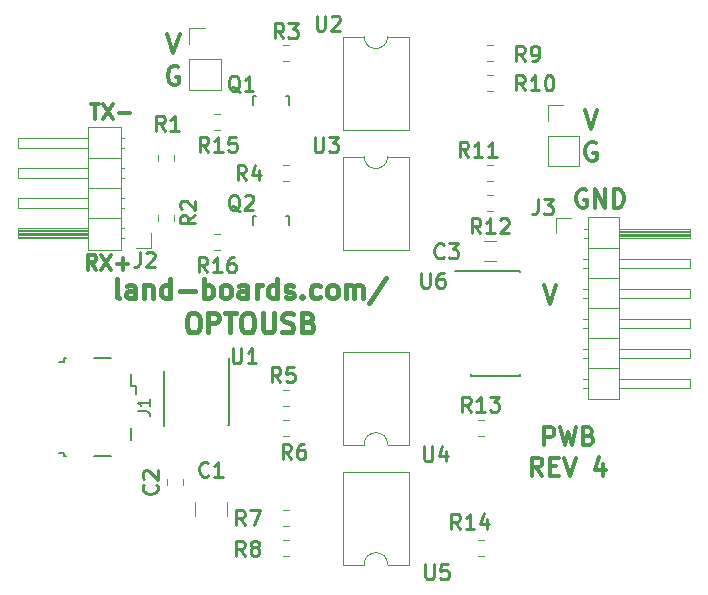
<source format=gbr>
G04 #@! TF.GenerationSoftware,KiCad,Pcbnew,(5.1.5)-3*
G04 #@! TF.CreationDate,2020-05-30T09:53:05-04:00*
G04 #@! TF.ProjectId,OptoUSB,4f70746f-5553-4422-9e6b-696361645f70,rev?*
G04 #@! TF.SameCoordinates,Original*
G04 #@! TF.FileFunction,Legend,Top*
G04 #@! TF.FilePolarity,Positive*
%FSLAX46Y46*%
G04 Gerber Fmt 4.6, Leading zero omitted, Abs format (unit mm)*
G04 Created by KiCad (PCBNEW (5.1.5)-3) date 2020-05-30 09:53:05*
%MOMM*%
%LPD*%
G04 APERTURE LIST*
%ADD10C,0.317500*%
%ADD11C,0.304800*%
%ADD12C,0.412750*%
%ADD13C,0.150000*%
%ADD14C,0.120000*%
%ADD15C,0.254000*%
G04 APERTURE END LIST*
D10*
X44339933Y-8639779D02*
X44869100Y-10227279D01*
X45398266Y-8639779D01*
X45284873Y-11414125D02*
X45133683Y-11338529D01*
X44906897Y-11338529D01*
X44680111Y-11414125D01*
X44528921Y-11565315D01*
X44453326Y-11716505D01*
X44377730Y-12018886D01*
X44377730Y-12245672D01*
X44453326Y-12548053D01*
X44528921Y-12699244D01*
X44680111Y-12850434D01*
X44906897Y-12926029D01*
X45058088Y-12926029D01*
X45284873Y-12850434D01*
X45360469Y-12774839D01*
X45360469Y-12245672D01*
X45058088Y-12245672D01*
X8995833Y-2226279D02*
X9525000Y-3813779D01*
X10054166Y-2226279D01*
X9940773Y-5000625D02*
X9789583Y-4925029D01*
X9562797Y-4925029D01*
X9336011Y-5000625D01*
X9184821Y-5151815D01*
X9109226Y-5303005D01*
X9033630Y-5605386D01*
X9033630Y-5832172D01*
X9109226Y-6134553D01*
X9184821Y-6285744D01*
X9336011Y-6436934D01*
X9562797Y-6512529D01*
X9713988Y-6512529D01*
X9940773Y-6436934D01*
X10016369Y-6361339D01*
X10016369Y-5832172D01*
X9713988Y-5832172D01*
D11*
X40892000Y-23423700D02*
X41400000Y-25023900D01*
X41908000Y-23423700D01*
D10*
X2977242Y-22139123D02*
X2553909Y-21534361D01*
X2251528Y-22139123D02*
X2251528Y-20869123D01*
X2735338Y-20869123D01*
X2856290Y-20929600D01*
X2916766Y-20990076D01*
X2977242Y-21111028D01*
X2977242Y-21292457D01*
X2916766Y-21413409D01*
X2856290Y-21473885D01*
X2735338Y-21534361D01*
X2251528Y-21534361D01*
X3400576Y-20869123D02*
X4247242Y-22139123D01*
X4247242Y-20869123D02*
X3400576Y-22139123D01*
X4731052Y-21655314D02*
X5698671Y-21655314D01*
X5214861Y-22139123D02*
X5214861Y-21171504D01*
X2538790Y-8105623D02*
X3264504Y-8105623D01*
X2901647Y-9375623D02*
X2901647Y-8105623D01*
X3566885Y-8105623D02*
X4413552Y-9375623D01*
X4413552Y-8105623D02*
X3566885Y-9375623D01*
X4897361Y-8891814D02*
X5864980Y-8891814D01*
D11*
X44495357Y-15392400D02*
X44350214Y-15316200D01*
X44132500Y-15316200D01*
X43914785Y-15392400D01*
X43769642Y-15544800D01*
X43697071Y-15697200D01*
X43624500Y-16002000D01*
X43624500Y-16230600D01*
X43697071Y-16535400D01*
X43769642Y-16687800D01*
X43914785Y-16840200D01*
X44132500Y-16916400D01*
X44277642Y-16916400D01*
X44495357Y-16840200D01*
X44567928Y-16764000D01*
X44567928Y-16230600D01*
X44277642Y-16230600D01*
X45221071Y-16916400D02*
X45221071Y-15316200D01*
X46091928Y-16916400D01*
X46091928Y-15316200D01*
X46817642Y-16916400D02*
X46817642Y-15316200D01*
X47180500Y-15316200D01*
X47398214Y-15392400D01*
X47543357Y-15544800D01*
X47615928Y-15697200D01*
X47688500Y-16002000D01*
X47688500Y-16230600D01*
X47615928Y-16535400D01*
X47543357Y-16687800D01*
X47398214Y-16840200D01*
X47180500Y-16916400D01*
X46817642Y-16916400D01*
D12*
X4943323Y-24575255D02*
X4786085Y-24496636D01*
X4707466Y-24339398D01*
X4707466Y-22924255D01*
X6279847Y-24575255D02*
X6279847Y-23710446D01*
X6201228Y-23553208D01*
X6043990Y-23474589D01*
X5729514Y-23474589D01*
X5572276Y-23553208D01*
X6279847Y-24496636D02*
X6122609Y-24575255D01*
X5729514Y-24575255D01*
X5572276Y-24496636D01*
X5493657Y-24339398D01*
X5493657Y-24182160D01*
X5572276Y-24024922D01*
X5729514Y-23946303D01*
X6122609Y-23946303D01*
X6279847Y-23867684D01*
X7066038Y-23474589D02*
X7066038Y-24575255D01*
X7066038Y-23631827D02*
X7144657Y-23553208D01*
X7301895Y-23474589D01*
X7537752Y-23474589D01*
X7694990Y-23553208D01*
X7773609Y-23710446D01*
X7773609Y-24575255D01*
X9267371Y-24575255D02*
X9267371Y-22924255D01*
X9267371Y-24496636D02*
X9110133Y-24575255D01*
X8795657Y-24575255D01*
X8638419Y-24496636D01*
X8559799Y-24418017D01*
X8481180Y-24260779D01*
X8481180Y-23789065D01*
X8559799Y-23631827D01*
X8638419Y-23553208D01*
X8795657Y-23474589D01*
X9110133Y-23474589D01*
X9267371Y-23553208D01*
X10053561Y-23946303D02*
X11311466Y-23946303D01*
X12097657Y-24575255D02*
X12097657Y-22924255D01*
X12097657Y-23553208D02*
X12254895Y-23474589D01*
X12569371Y-23474589D01*
X12726609Y-23553208D01*
X12805228Y-23631827D01*
X12883847Y-23789065D01*
X12883847Y-24260779D01*
X12805228Y-24418017D01*
X12726609Y-24496636D01*
X12569371Y-24575255D01*
X12254895Y-24575255D01*
X12097657Y-24496636D01*
X13827276Y-24575255D02*
X13670038Y-24496636D01*
X13591419Y-24418017D01*
X13512799Y-24260779D01*
X13512799Y-23789065D01*
X13591419Y-23631827D01*
X13670038Y-23553208D01*
X13827276Y-23474589D01*
X14063133Y-23474589D01*
X14220371Y-23553208D01*
X14298990Y-23631827D01*
X14377609Y-23789065D01*
X14377609Y-24260779D01*
X14298990Y-24418017D01*
X14220371Y-24496636D01*
X14063133Y-24575255D01*
X13827276Y-24575255D01*
X15792752Y-24575255D02*
X15792752Y-23710446D01*
X15714133Y-23553208D01*
X15556895Y-23474589D01*
X15242419Y-23474589D01*
X15085180Y-23553208D01*
X15792752Y-24496636D02*
X15635514Y-24575255D01*
X15242419Y-24575255D01*
X15085180Y-24496636D01*
X15006561Y-24339398D01*
X15006561Y-24182160D01*
X15085180Y-24024922D01*
X15242419Y-23946303D01*
X15635514Y-23946303D01*
X15792752Y-23867684D01*
X16578942Y-24575255D02*
X16578942Y-23474589D01*
X16578942Y-23789065D02*
X16657561Y-23631827D01*
X16736180Y-23553208D01*
X16893419Y-23474589D01*
X17050657Y-23474589D01*
X18308561Y-24575255D02*
X18308561Y-22924255D01*
X18308561Y-24496636D02*
X18151323Y-24575255D01*
X17836847Y-24575255D01*
X17679609Y-24496636D01*
X17600990Y-24418017D01*
X17522371Y-24260779D01*
X17522371Y-23789065D01*
X17600990Y-23631827D01*
X17679609Y-23553208D01*
X17836847Y-23474589D01*
X18151323Y-23474589D01*
X18308561Y-23553208D01*
X19016133Y-24496636D02*
X19173371Y-24575255D01*
X19487847Y-24575255D01*
X19645085Y-24496636D01*
X19723704Y-24339398D01*
X19723704Y-24260779D01*
X19645085Y-24103541D01*
X19487847Y-24024922D01*
X19251990Y-24024922D01*
X19094752Y-23946303D01*
X19016133Y-23789065D01*
X19016133Y-23710446D01*
X19094752Y-23553208D01*
X19251990Y-23474589D01*
X19487847Y-23474589D01*
X19645085Y-23553208D01*
X20431276Y-24418017D02*
X20509895Y-24496636D01*
X20431276Y-24575255D01*
X20352657Y-24496636D01*
X20431276Y-24418017D01*
X20431276Y-24575255D01*
X21925038Y-24496636D02*
X21767799Y-24575255D01*
X21453323Y-24575255D01*
X21296085Y-24496636D01*
X21217466Y-24418017D01*
X21138847Y-24260779D01*
X21138847Y-23789065D01*
X21217466Y-23631827D01*
X21296085Y-23553208D01*
X21453323Y-23474589D01*
X21767799Y-23474589D01*
X21925038Y-23553208D01*
X22868466Y-24575255D02*
X22711228Y-24496636D01*
X22632609Y-24418017D01*
X22553990Y-24260779D01*
X22553990Y-23789065D01*
X22632609Y-23631827D01*
X22711228Y-23553208D01*
X22868466Y-23474589D01*
X23104323Y-23474589D01*
X23261561Y-23553208D01*
X23340180Y-23631827D01*
X23418799Y-23789065D01*
X23418799Y-24260779D01*
X23340180Y-24418017D01*
X23261561Y-24496636D01*
X23104323Y-24575255D01*
X22868466Y-24575255D01*
X24126371Y-24575255D02*
X24126371Y-23474589D01*
X24126371Y-23631827D02*
X24204990Y-23553208D01*
X24362228Y-23474589D01*
X24598085Y-23474589D01*
X24755323Y-23553208D01*
X24833942Y-23710446D01*
X24833942Y-24575255D01*
X24833942Y-23710446D02*
X24912561Y-23553208D01*
X25069799Y-23474589D01*
X25305657Y-23474589D01*
X25462895Y-23553208D01*
X25541514Y-23710446D01*
X25541514Y-24575255D01*
X27506990Y-22845636D02*
X26091847Y-24968351D01*
X11036300Y-25813505D02*
X11350776Y-25813505D01*
X11508014Y-25892125D01*
X11665252Y-26049363D01*
X11743871Y-26363839D01*
X11743871Y-26914172D01*
X11665252Y-27228648D01*
X11508014Y-27385886D01*
X11350776Y-27464505D01*
X11036300Y-27464505D01*
X10879061Y-27385886D01*
X10721823Y-27228648D01*
X10643204Y-26914172D01*
X10643204Y-26363839D01*
X10721823Y-26049363D01*
X10879061Y-25892125D01*
X11036300Y-25813505D01*
X12451442Y-27464505D02*
X12451442Y-25813505D01*
X13080395Y-25813505D01*
X13237633Y-25892125D01*
X13316252Y-25970744D01*
X13394871Y-26127982D01*
X13394871Y-26363839D01*
X13316252Y-26521077D01*
X13237633Y-26599696D01*
X13080395Y-26678315D01*
X12451442Y-26678315D01*
X13866585Y-25813505D02*
X14810014Y-25813505D01*
X14338300Y-27464505D02*
X14338300Y-25813505D01*
X15674823Y-25813505D02*
X15989299Y-25813505D01*
X16146538Y-25892125D01*
X16303776Y-26049363D01*
X16382395Y-26363839D01*
X16382395Y-26914172D01*
X16303776Y-27228648D01*
X16146538Y-27385886D01*
X15989299Y-27464505D01*
X15674823Y-27464505D01*
X15517585Y-27385886D01*
X15360347Y-27228648D01*
X15281728Y-26914172D01*
X15281728Y-26363839D01*
X15360347Y-26049363D01*
X15517585Y-25892125D01*
X15674823Y-25813505D01*
X17089966Y-25813505D02*
X17089966Y-27150029D01*
X17168585Y-27307267D01*
X17247204Y-27385886D01*
X17404442Y-27464505D01*
X17718919Y-27464505D01*
X17876157Y-27385886D01*
X17954776Y-27307267D01*
X18033395Y-27150029D01*
X18033395Y-25813505D01*
X18740966Y-27385886D02*
X18976823Y-27464505D01*
X19369919Y-27464505D01*
X19527157Y-27385886D01*
X19605776Y-27307267D01*
X19684395Y-27150029D01*
X19684395Y-26992791D01*
X19605776Y-26835553D01*
X19527157Y-26756934D01*
X19369919Y-26678315D01*
X19055442Y-26599696D01*
X18898204Y-26521077D01*
X18819585Y-26442458D01*
X18740966Y-26285220D01*
X18740966Y-26127982D01*
X18819585Y-25970744D01*
X18898204Y-25892125D01*
X19055442Y-25813505D01*
X19448538Y-25813505D01*
X19684395Y-25892125D01*
X20942300Y-26599696D02*
X21178157Y-26678315D01*
X21256776Y-26756934D01*
X21335395Y-26914172D01*
X21335395Y-27150029D01*
X21256776Y-27307267D01*
X21178157Y-27385886D01*
X21020919Y-27464505D01*
X20391966Y-27464505D01*
X20391966Y-25813505D01*
X20942300Y-25813505D01*
X21099538Y-25892125D01*
X21178157Y-25970744D01*
X21256776Y-26127982D01*
X21256776Y-26285220D01*
X21178157Y-26442458D01*
X21099538Y-26521077D01*
X20942300Y-26599696D01*
X20391966Y-26599696D01*
D11*
X40919400Y-36998728D02*
X40919400Y-35474728D01*
X41499971Y-35474728D01*
X41645114Y-35547300D01*
X41717685Y-35619871D01*
X41790257Y-35765014D01*
X41790257Y-35982728D01*
X41717685Y-36127871D01*
X41645114Y-36200442D01*
X41499971Y-36273014D01*
X40919400Y-36273014D01*
X42298257Y-35474728D02*
X42661114Y-36998728D01*
X42951400Y-35910157D01*
X43241685Y-36998728D01*
X43604542Y-35474728D01*
X44693114Y-36200442D02*
X44910828Y-36273014D01*
X44983400Y-36345585D01*
X45055971Y-36490728D01*
X45055971Y-36708442D01*
X44983400Y-36853585D01*
X44910828Y-36926157D01*
X44765685Y-36998728D01*
X44185114Y-36998728D01*
X44185114Y-35474728D01*
X44693114Y-35474728D01*
X44838257Y-35547300D01*
X44910828Y-35619871D01*
X44983400Y-35765014D01*
X44983400Y-35910157D01*
X44910828Y-36055300D01*
X44838257Y-36127871D01*
X44693114Y-36200442D01*
X44185114Y-36200442D01*
X40774257Y-39589528D02*
X40266257Y-38863814D01*
X39903400Y-39589528D02*
X39903400Y-38065528D01*
X40483971Y-38065528D01*
X40629114Y-38138100D01*
X40701685Y-38210671D01*
X40774257Y-38355814D01*
X40774257Y-38573528D01*
X40701685Y-38718671D01*
X40629114Y-38791242D01*
X40483971Y-38863814D01*
X39903400Y-38863814D01*
X41427400Y-38791242D02*
X41935400Y-38791242D01*
X42153114Y-39589528D02*
X41427400Y-39589528D01*
X41427400Y-38065528D01*
X42153114Y-38065528D01*
X42588542Y-38065528D02*
X43096542Y-39589528D01*
X43604542Y-38065528D01*
X45926828Y-38573528D02*
X45926828Y-39589528D01*
X45563971Y-37992957D02*
X45201114Y-39081528D01*
X46144542Y-39081528D01*
D13*
X4206000Y-29632000D02*
X2806000Y-29632000D01*
X406000Y-29632000D02*
X256000Y-29632000D01*
X256000Y-29632000D02*
X256000Y-29932000D01*
X256000Y-29932000D02*
X-194000Y-29932000D01*
X-194000Y-37632000D02*
X256000Y-37632000D01*
X256000Y-37632000D02*
X256000Y-37932000D01*
X256000Y-37932000D02*
X406000Y-37932000D01*
X2806000Y-37932000D02*
X4206000Y-37932000D01*
X6381000Y-32707000D02*
X6381000Y-31982000D01*
X6381000Y-31982000D02*
X5956000Y-31982000D01*
X5956000Y-31982000D02*
X5956000Y-30982000D01*
X5956000Y-35582000D02*
X5956000Y-36582000D01*
D14*
X10362000Y-39870748D02*
X10362000Y-40393252D01*
X8942000Y-39870748D02*
X8942000Y-40393252D01*
X11340000Y-43020064D02*
X11340000Y-41815936D01*
X14060000Y-43020064D02*
X14060000Y-41815936D01*
X44620000Y-17720000D02*
X44620000Y-33080000D01*
X44620000Y-33080000D02*
X47280000Y-33080000D01*
X47280000Y-33080000D02*
X47280000Y-17720000D01*
X47280000Y-17720000D02*
X44620000Y-17720000D01*
X47280000Y-18670000D02*
X53280000Y-18670000D01*
X53280000Y-18670000D02*
X53280000Y-19430000D01*
X53280000Y-19430000D02*
X47280000Y-19430000D01*
X47280000Y-18730000D02*
X53280000Y-18730000D01*
X47280000Y-18850000D02*
X53280000Y-18850000D01*
X47280000Y-18970000D02*
X53280000Y-18970000D01*
X47280000Y-19090000D02*
X53280000Y-19090000D01*
X47280000Y-19210000D02*
X53280000Y-19210000D01*
X47280000Y-19330000D02*
X53280000Y-19330000D01*
X44290000Y-18670000D02*
X44620000Y-18670000D01*
X44290000Y-19430000D02*
X44620000Y-19430000D01*
X44620000Y-20320000D02*
X47280000Y-20320000D01*
X47280000Y-21210000D02*
X53280000Y-21210000D01*
X53280000Y-21210000D02*
X53280000Y-21970000D01*
X53280000Y-21970000D02*
X47280000Y-21970000D01*
X44222929Y-21210000D02*
X44620000Y-21210000D01*
X44222929Y-21970000D02*
X44620000Y-21970000D01*
X44620000Y-22860000D02*
X47280000Y-22860000D01*
X47280000Y-23750000D02*
X53280000Y-23750000D01*
X53280000Y-23750000D02*
X53280000Y-24510000D01*
X53280000Y-24510000D02*
X47280000Y-24510000D01*
X44222929Y-23750000D02*
X44620000Y-23750000D01*
X44222929Y-24510000D02*
X44620000Y-24510000D01*
X44620000Y-25400000D02*
X47280000Y-25400000D01*
X47280000Y-26290000D02*
X53280000Y-26290000D01*
X53280000Y-26290000D02*
X53280000Y-27050000D01*
X53280000Y-27050000D02*
X47280000Y-27050000D01*
X44222929Y-26290000D02*
X44620000Y-26290000D01*
X44222929Y-27050000D02*
X44620000Y-27050000D01*
X44620000Y-27940000D02*
X47280000Y-27940000D01*
X47280000Y-28830000D02*
X53280000Y-28830000D01*
X53280000Y-28830000D02*
X53280000Y-29590000D01*
X53280000Y-29590000D02*
X47280000Y-29590000D01*
X44222929Y-28830000D02*
X44620000Y-28830000D01*
X44222929Y-29590000D02*
X44620000Y-29590000D01*
X44620000Y-30480000D02*
X47280000Y-30480000D01*
X47280000Y-31370000D02*
X53280000Y-31370000D01*
X53280000Y-31370000D02*
X53280000Y-32130000D01*
X53280000Y-32130000D02*
X47280000Y-32130000D01*
X44222929Y-31370000D02*
X44620000Y-31370000D01*
X44222929Y-32130000D02*
X44620000Y-32130000D01*
X41910000Y-19050000D02*
X41910000Y-17780000D01*
X41910000Y-17780000D02*
X43180000Y-17780000D01*
X36583252Y-3100000D02*
X36060748Y-3100000D01*
X36583252Y-4520000D02*
X36060748Y-4520000D01*
X13469252Y-10362000D02*
X12946748Y-10362000D01*
X13469252Y-8942000D02*
X12946748Y-8942000D01*
X35298748Y-46430000D02*
X35821252Y-46430000D01*
X35298748Y-45010000D02*
X35821252Y-45010000D01*
X35298748Y-34850000D02*
X35821252Y-34850000D01*
X35298748Y-36270000D02*
X35821252Y-36270000D01*
X36583252Y-15800000D02*
X36060748Y-15800000D01*
X36583252Y-17220000D02*
X36060748Y-17220000D01*
X36583252Y-14680000D02*
X36060748Y-14680000D01*
X36583252Y-13260000D02*
X36060748Y-13260000D01*
X8180000Y-12438748D02*
X8180000Y-12961252D01*
X9600000Y-12438748D02*
X9600000Y-12961252D01*
X9600000Y-17518748D02*
X9600000Y-18041252D01*
X8180000Y-17518748D02*
X8180000Y-18041252D01*
X18788748Y-4520000D02*
X19311252Y-4520000D01*
X18788748Y-3100000D02*
X19311252Y-3100000D01*
X18788748Y-13260000D02*
X19311252Y-13260000D01*
X18788748Y-14680000D02*
X19311252Y-14680000D01*
X18788748Y-33730000D02*
X19311252Y-33730000D01*
X18788748Y-32310000D02*
X19311252Y-32310000D01*
X18788748Y-34850000D02*
X19311252Y-34850000D01*
X18788748Y-36270000D02*
X19311252Y-36270000D01*
X18788748Y-43890000D02*
X19311252Y-43890000D01*
X18788748Y-42470000D02*
X19311252Y-42470000D01*
X18788748Y-45010000D02*
X19311252Y-45010000D01*
X18788748Y-46430000D02*
X19311252Y-46430000D01*
X36583252Y-5640000D02*
X36060748Y-5640000D01*
X36583252Y-7060000D02*
X36060748Y-7060000D01*
X13469252Y-20522000D02*
X12946748Y-20522000D01*
X13469252Y-19102000D02*
X12946748Y-19102000D01*
D13*
X34755000Y-22220000D02*
X34755000Y-22245000D01*
X38905000Y-22220000D02*
X38905000Y-22335000D01*
X38905000Y-31120000D02*
X38905000Y-31005000D01*
X34755000Y-31120000D02*
X34755000Y-31005000D01*
X34755000Y-22220000D02*
X38905000Y-22220000D01*
X34755000Y-31120000D02*
X38905000Y-31120000D01*
X34755000Y-22245000D02*
X33380000Y-22245000D01*
D14*
X5070000Y-20440000D02*
X5070000Y-17780000D01*
X5070000Y-17780000D02*
X2330000Y-17780000D01*
X2330000Y-17780000D02*
X2330000Y-20440000D01*
X2330000Y-20440000D02*
X5070000Y-20440000D01*
X2330000Y-19490000D02*
X2330000Y-18610000D01*
X2330000Y-18610000D02*
X-3670000Y-18610000D01*
X-3670000Y-18610000D02*
X-3670000Y-19490000D01*
X-3670000Y-19490000D02*
X2330000Y-19490000D01*
X5380000Y-19490000D02*
X5070000Y-19490000D01*
X5380000Y-18610000D02*
X5070000Y-18610000D01*
X2330000Y-19370000D02*
X-3670000Y-19370000D01*
X2330000Y-19250000D02*
X-3670000Y-19250000D01*
X2330000Y-19130000D02*
X-3670000Y-19130000D01*
X2330000Y-19010000D02*
X-3670000Y-19010000D01*
X2330000Y-18890000D02*
X-3670000Y-18890000D01*
X2330000Y-18770000D02*
X-3670000Y-18770000D01*
X2330000Y-18650000D02*
X-3670000Y-18650000D01*
X5070000Y-17780000D02*
X5070000Y-15240000D01*
X5070000Y-15240000D02*
X2330000Y-15240000D01*
X2330000Y-15240000D02*
X2330000Y-17780000D01*
X2330000Y-17780000D02*
X5070000Y-17780000D01*
X2330000Y-16950000D02*
X2330000Y-16070000D01*
X2330000Y-16070000D02*
X-3670000Y-16070000D01*
X-3670000Y-16070000D02*
X-3670000Y-16950000D01*
X-3670000Y-16950000D02*
X2330000Y-16950000D01*
X5380000Y-16950000D02*
X5070000Y-16950000D01*
X5380000Y-16070000D02*
X5070000Y-16070000D01*
X5070000Y-15240000D02*
X5070000Y-12700000D01*
X5070000Y-12700000D02*
X2330000Y-12700000D01*
X2330000Y-12700000D02*
X2330000Y-15240000D01*
X2330000Y-15240000D02*
X5070000Y-15240000D01*
X2330000Y-14410000D02*
X2330000Y-13530000D01*
X2330000Y-13530000D02*
X-3670000Y-13530000D01*
X-3670000Y-13530000D02*
X-3670000Y-14410000D01*
X-3670000Y-14410000D02*
X2330000Y-14410000D01*
X5380000Y-14410000D02*
X5070000Y-14410000D01*
X5380000Y-13530000D02*
X5070000Y-13530000D01*
X5070000Y-12700000D02*
X5070000Y-10040000D01*
X5070000Y-10040000D02*
X2330000Y-10040000D01*
X2330000Y-10040000D02*
X2330000Y-12700000D01*
X2330000Y-12700000D02*
X5070000Y-12700000D01*
X2330000Y-11870000D02*
X2330000Y-10990000D01*
X2330000Y-10990000D02*
X-3670000Y-10990000D01*
X-3670000Y-10990000D02*
X-3670000Y-11870000D01*
X-3670000Y-11870000D02*
X2330000Y-11870000D01*
X5380000Y-11870000D02*
X5070000Y-11870000D01*
X5380000Y-10990000D02*
X5070000Y-10990000D01*
X7620000Y-19050000D02*
X7620000Y-20320000D01*
X7620000Y-20320000D02*
X6350000Y-20320000D01*
D13*
X14230000Y-35320000D02*
X14130000Y-35320000D01*
X8705000Y-35345000D02*
X8730000Y-35345000D01*
X8705000Y-30695000D02*
X8730000Y-30695000D01*
X14230000Y-29620000D02*
X14230000Y-35320000D01*
X8705000Y-30695000D02*
X8705000Y-35345000D01*
D14*
X25670000Y-36950000D02*
G75*
G02X27670000Y-36950000I1000000J0D01*
G01*
X27670000Y-36950000D02*
X29440000Y-36950000D01*
X29440000Y-36950000D02*
X29440000Y-29090000D01*
X29440000Y-29090000D02*
X23900000Y-29090000D01*
X23900000Y-29090000D02*
X23900000Y-36950000D01*
X23900000Y-36950000D02*
X25670000Y-36950000D01*
X27670000Y-2420000D02*
G75*
G02X25670000Y-2420000I-1000000J0D01*
G01*
X25670000Y-2420000D02*
X23900000Y-2420000D01*
X23900000Y-2420000D02*
X23900000Y-10280000D01*
X23900000Y-10280000D02*
X29440000Y-10280000D01*
X29440000Y-10280000D02*
X29440000Y-2420000D01*
X29440000Y-2420000D02*
X27670000Y-2420000D01*
X25670000Y-47110000D02*
G75*
G02X27670000Y-47110000I1000000J0D01*
G01*
X27670000Y-47110000D02*
X29440000Y-47110000D01*
X29440000Y-47110000D02*
X29440000Y-39250000D01*
X29440000Y-39250000D02*
X23900000Y-39250000D01*
X23900000Y-39250000D02*
X23900000Y-47110000D01*
X23900000Y-47110000D02*
X25670000Y-47110000D01*
X27670000Y-12580000D02*
G75*
G02X25670000Y-12580000I-1000000J0D01*
G01*
X25670000Y-12580000D02*
X23900000Y-12580000D01*
X23900000Y-12580000D02*
X23900000Y-20440000D01*
X23900000Y-20440000D02*
X29440000Y-20440000D01*
X29440000Y-20440000D02*
X29440000Y-12580000D01*
X29440000Y-12580000D02*
X27670000Y-12580000D01*
D13*
X16280180Y-18338800D02*
X16280180Y-17637760D01*
X16280180Y-17637760D02*
X16529100Y-17637760D01*
X19079160Y-17637760D02*
X19279820Y-17637760D01*
X19279820Y-17637760D02*
X19279820Y-18338800D01*
X16280180Y-8178800D02*
X16280180Y-7477760D01*
X16280180Y-7477760D02*
X16529100Y-7477760D01*
X19079160Y-7477760D02*
X19279820Y-7477760D01*
X19279820Y-7477760D02*
X19279820Y-8178800D01*
D14*
X36822000Y-19724000D02*
X35822000Y-19724000D01*
X35822000Y-21424000D02*
X36822000Y-21424000D01*
X10862000Y-4318000D02*
X10862000Y-6918000D01*
X10862000Y-6918000D02*
X13522000Y-6918000D01*
X13522000Y-6918000D02*
X13522000Y-4318000D01*
X13522000Y-4318000D02*
X10862000Y-4318000D01*
X10862000Y-3048000D02*
X10862000Y-1718000D01*
X10862000Y-1718000D02*
X12192000Y-1718000D01*
X41215000Y-10795000D02*
X41215000Y-13395000D01*
X41215000Y-13395000D02*
X43875000Y-13395000D01*
X43875000Y-13395000D02*
X43875000Y-10795000D01*
X43875000Y-10795000D02*
X41215000Y-10795000D01*
X41215000Y-9525000D02*
X41215000Y-8195000D01*
X41215000Y-8195000D02*
X42545000Y-8195000D01*
D13*
X6508380Y-34115333D02*
X7222666Y-34115333D01*
X7365523Y-34162952D01*
X7460761Y-34258190D01*
X7508380Y-34401047D01*
X7508380Y-34496285D01*
X7508380Y-33115333D02*
X7508380Y-33686761D01*
X7508380Y-33401047D02*
X6508380Y-33401047D01*
X6651238Y-33496285D01*
X6746476Y-33591523D01*
X6794095Y-33686761D01*
D15*
X8073571Y-40343666D02*
X8134047Y-40404142D01*
X8194523Y-40585571D01*
X8194523Y-40706523D01*
X8134047Y-40887952D01*
X8013095Y-41008904D01*
X7892142Y-41069380D01*
X7650238Y-41129857D01*
X7468809Y-41129857D01*
X7226904Y-41069380D01*
X7105952Y-41008904D01*
X6985000Y-40887952D01*
X6924523Y-40706523D01*
X6924523Y-40585571D01*
X6985000Y-40404142D01*
X7045476Y-40343666D01*
X7045476Y-39859857D02*
X6985000Y-39799380D01*
X6924523Y-39678428D01*
X6924523Y-39376047D01*
X6985000Y-39255095D01*
X7045476Y-39194619D01*
X7166428Y-39134142D01*
X7287380Y-39134142D01*
X7468809Y-39194619D01*
X8194523Y-39920333D01*
X8194523Y-39134142D01*
X12488333Y-39569571D02*
X12427857Y-39630047D01*
X12246428Y-39690523D01*
X12125476Y-39690523D01*
X11944047Y-39630047D01*
X11823095Y-39509095D01*
X11762619Y-39388142D01*
X11702142Y-39146238D01*
X11702142Y-38964809D01*
X11762619Y-38722904D01*
X11823095Y-38601952D01*
X11944047Y-38481000D01*
X12125476Y-38420523D01*
X12246428Y-38420523D01*
X12427857Y-38481000D01*
X12488333Y-38541476D01*
X13697857Y-39690523D02*
X12972142Y-39690523D01*
X13335000Y-39690523D02*
X13335000Y-38420523D01*
X13214047Y-38601952D01*
X13093095Y-38722904D01*
X12972142Y-38783380D01*
X40376666Y-16204523D02*
X40376666Y-17111666D01*
X40316190Y-17293095D01*
X40195238Y-17414047D01*
X40013809Y-17474523D01*
X39892857Y-17474523D01*
X40860476Y-16204523D02*
X41646666Y-16204523D01*
X41223333Y-16688333D01*
X41404761Y-16688333D01*
X41525714Y-16748809D01*
X41586190Y-16809285D01*
X41646666Y-16930238D01*
X41646666Y-17232619D01*
X41586190Y-17353571D01*
X41525714Y-17414047D01*
X41404761Y-17474523D01*
X41041904Y-17474523D01*
X40920952Y-17414047D01*
X40860476Y-17353571D01*
X39288333Y-4474523D02*
X38865000Y-3869761D01*
X38562619Y-4474523D02*
X38562619Y-3204523D01*
X39046428Y-3204523D01*
X39167380Y-3265000D01*
X39227857Y-3325476D01*
X39288333Y-3446428D01*
X39288333Y-3627857D01*
X39227857Y-3748809D01*
X39167380Y-3809285D01*
X39046428Y-3869761D01*
X38562619Y-3869761D01*
X39893095Y-4474523D02*
X40135000Y-4474523D01*
X40255952Y-4414047D01*
X40316428Y-4353571D01*
X40437380Y-4172142D01*
X40497857Y-3930238D01*
X40497857Y-3446428D01*
X40437380Y-3325476D01*
X40376904Y-3265000D01*
X40255952Y-3204523D01*
X40014047Y-3204523D01*
X39893095Y-3265000D01*
X39832619Y-3325476D01*
X39772142Y-3446428D01*
X39772142Y-3748809D01*
X39832619Y-3869761D01*
X39893095Y-3930238D01*
X40014047Y-3990714D01*
X40255952Y-3990714D01*
X40376904Y-3930238D01*
X40437380Y-3869761D01*
X40497857Y-3748809D01*
X12483571Y-12174523D02*
X12060238Y-11569761D01*
X11757857Y-12174523D02*
X11757857Y-10904523D01*
X12241666Y-10904523D01*
X12362619Y-10965000D01*
X12423095Y-11025476D01*
X12483571Y-11146428D01*
X12483571Y-11327857D01*
X12423095Y-11448809D01*
X12362619Y-11509285D01*
X12241666Y-11569761D01*
X11757857Y-11569761D01*
X13693095Y-12174523D02*
X12967380Y-12174523D01*
X13330238Y-12174523D02*
X13330238Y-10904523D01*
X13209285Y-11085952D01*
X13088333Y-11206904D01*
X12967380Y-11267380D01*
X14842142Y-10904523D02*
X14237380Y-10904523D01*
X14176904Y-11509285D01*
X14237380Y-11448809D01*
X14358333Y-11388333D01*
X14660714Y-11388333D01*
X14781666Y-11448809D01*
X14842142Y-11509285D01*
X14902619Y-11630238D01*
X14902619Y-11932619D01*
X14842142Y-12053571D01*
X14781666Y-12114047D01*
X14660714Y-12174523D01*
X14358333Y-12174523D01*
X14237380Y-12114047D01*
X14176904Y-12053571D01*
X33783571Y-44074523D02*
X33360238Y-43469761D01*
X33057857Y-44074523D02*
X33057857Y-42804523D01*
X33541666Y-42804523D01*
X33662619Y-42865000D01*
X33723095Y-42925476D01*
X33783571Y-43046428D01*
X33783571Y-43227857D01*
X33723095Y-43348809D01*
X33662619Y-43409285D01*
X33541666Y-43469761D01*
X33057857Y-43469761D01*
X34993095Y-44074523D02*
X34267380Y-44074523D01*
X34630238Y-44074523D02*
X34630238Y-42804523D01*
X34509285Y-42985952D01*
X34388333Y-43106904D01*
X34267380Y-43167380D01*
X36081666Y-43227857D02*
X36081666Y-44074523D01*
X35779285Y-42744047D02*
X35476904Y-43651190D01*
X36263095Y-43651190D01*
X34683571Y-34174523D02*
X34260238Y-33569761D01*
X33957857Y-34174523D02*
X33957857Y-32904523D01*
X34441666Y-32904523D01*
X34562619Y-32965000D01*
X34623095Y-33025476D01*
X34683571Y-33146428D01*
X34683571Y-33327857D01*
X34623095Y-33448809D01*
X34562619Y-33509285D01*
X34441666Y-33569761D01*
X33957857Y-33569761D01*
X35893095Y-34174523D02*
X35167380Y-34174523D01*
X35530238Y-34174523D02*
X35530238Y-32904523D01*
X35409285Y-33085952D01*
X35288333Y-33206904D01*
X35167380Y-33267380D01*
X36316428Y-32904523D02*
X37102619Y-32904523D01*
X36679285Y-33388333D01*
X36860714Y-33388333D01*
X36981666Y-33448809D01*
X37042142Y-33509285D01*
X37102619Y-33630238D01*
X37102619Y-33932619D01*
X37042142Y-34053571D01*
X36981666Y-34114047D01*
X36860714Y-34174523D01*
X36497857Y-34174523D01*
X36376904Y-34114047D01*
X36316428Y-34053571D01*
X35505571Y-19074523D02*
X35082238Y-18469761D01*
X34779857Y-19074523D02*
X34779857Y-17804523D01*
X35263666Y-17804523D01*
X35384619Y-17865000D01*
X35445095Y-17925476D01*
X35505571Y-18046428D01*
X35505571Y-18227857D01*
X35445095Y-18348809D01*
X35384619Y-18409285D01*
X35263666Y-18469761D01*
X34779857Y-18469761D01*
X36715095Y-19074523D02*
X35989380Y-19074523D01*
X36352238Y-19074523D02*
X36352238Y-17804523D01*
X36231285Y-17985952D01*
X36110333Y-18106904D01*
X35989380Y-18167380D01*
X37198904Y-17925476D02*
X37259380Y-17865000D01*
X37380333Y-17804523D01*
X37682714Y-17804523D01*
X37803666Y-17865000D01*
X37864142Y-17925476D01*
X37924619Y-18046428D01*
X37924619Y-18167380D01*
X37864142Y-18348809D01*
X37138428Y-19074523D01*
X37924619Y-19074523D01*
X34483571Y-12574523D02*
X34060238Y-11969761D01*
X33757857Y-12574523D02*
X33757857Y-11304523D01*
X34241666Y-11304523D01*
X34362619Y-11365000D01*
X34423095Y-11425476D01*
X34483571Y-11546428D01*
X34483571Y-11727857D01*
X34423095Y-11848809D01*
X34362619Y-11909285D01*
X34241666Y-11969761D01*
X33757857Y-11969761D01*
X35693095Y-12574523D02*
X34967380Y-12574523D01*
X35330238Y-12574523D02*
X35330238Y-11304523D01*
X35209285Y-11485952D01*
X35088333Y-11606904D01*
X34967380Y-11667380D01*
X36902619Y-12574523D02*
X36176904Y-12574523D01*
X36539761Y-12574523D02*
X36539761Y-11304523D01*
X36418809Y-11485952D01*
X36297857Y-11606904D01*
X36176904Y-11667380D01*
X8788333Y-10374523D02*
X8365000Y-9769761D01*
X8062619Y-10374523D02*
X8062619Y-9104523D01*
X8546428Y-9104523D01*
X8667380Y-9165000D01*
X8727857Y-9225476D01*
X8788333Y-9346428D01*
X8788333Y-9527857D01*
X8727857Y-9648809D01*
X8667380Y-9709285D01*
X8546428Y-9769761D01*
X8062619Y-9769761D01*
X9997857Y-10374523D02*
X9272142Y-10374523D01*
X9635000Y-10374523D02*
X9635000Y-9104523D01*
X9514047Y-9285952D01*
X9393095Y-9406904D01*
X9272142Y-9467380D01*
X11374523Y-17511666D02*
X10769761Y-17935000D01*
X11374523Y-18237380D02*
X10104523Y-18237380D01*
X10104523Y-17753571D01*
X10165000Y-17632619D01*
X10225476Y-17572142D01*
X10346428Y-17511666D01*
X10527857Y-17511666D01*
X10648809Y-17572142D01*
X10709285Y-17632619D01*
X10769761Y-17753571D01*
X10769761Y-18237380D01*
X10225476Y-17027857D02*
X10165000Y-16967380D01*
X10104523Y-16846428D01*
X10104523Y-16544047D01*
X10165000Y-16423095D01*
X10225476Y-16362619D01*
X10346428Y-16302142D01*
X10467380Y-16302142D01*
X10648809Y-16362619D01*
X11374523Y-17088333D01*
X11374523Y-16302142D01*
X18838333Y-2574523D02*
X18415000Y-1969761D01*
X18112619Y-2574523D02*
X18112619Y-1304523D01*
X18596428Y-1304523D01*
X18717380Y-1365000D01*
X18777857Y-1425476D01*
X18838333Y-1546428D01*
X18838333Y-1727857D01*
X18777857Y-1848809D01*
X18717380Y-1909285D01*
X18596428Y-1969761D01*
X18112619Y-1969761D01*
X19261666Y-1304523D02*
X20047857Y-1304523D01*
X19624523Y-1788333D01*
X19805952Y-1788333D01*
X19926904Y-1848809D01*
X19987380Y-1909285D01*
X20047857Y-2030238D01*
X20047857Y-2332619D01*
X19987380Y-2453571D01*
X19926904Y-2514047D01*
X19805952Y-2574523D01*
X19443095Y-2574523D01*
X19322142Y-2514047D01*
X19261666Y-2453571D01*
X15688333Y-14574523D02*
X15265000Y-13969761D01*
X14962619Y-14574523D02*
X14962619Y-13304523D01*
X15446428Y-13304523D01*
X15567380Y-13365000D01*
X15627857Y-13425476D01*
X15688333Y-13546428D01*
X15688333Y-13727857D01*
X15627857Y-13848809D01*
X15567380Y-13909285D01*
X15446428Y-13969761D01*
X14962619Y-13969761D01*
X16776904Y-13727857D02*
X16776904Y-14574523D01*
X16474523Y-13244047D02*
X16172142Y-14151190D01*
X16958333Y-14151190D01*
X18588333Y-31674523D02*
X18165000Y-31069761D01*
X17862619Y-31674523D02*
X17862619Y-30404523D01*
X18346428Y-30404523D01*
X18467380Y-30465000D01*
X18527857Y-30525476D01*
X18588333Y-30646428D01*
X18588333Y-30827857D01*
X18527857Y-30948809D01*
X18467380Y-31009285D01*
X18346428Y-31069761D01*
X17862619Y-31069761D01*
X19737380Y-30404523D02*
X19132619Y-30404523D01*
X19072142Y-31009285D01*
X19132619Y-30948809D01*
X19253571Y-30888333D01*
X19555952Y-30888333D01*
X19676904Y-30948809D01*
X19737380Y-31009285D01*
X19797857Y-31130238D01*
X19797857Y-31432619D01*
X19737380Y-31553571D01*
X19676904Y-31614047D01*
X19555952Y-31674523D01*
X19253571Y-31674523D01*
X19132619Y-31614047D01*
X19072142Y-31553571D01*
X19488333Y-38174523D02*
X19065000Y-37569761D01*
X18762619Y-38174523D02*
X18762619Y-36904523D01*
X19246428Y-36904523D01*
X19367380Y-36965000D01*
X19427857Y-37025476D01*
X19488333Y-37146428D01*
X19488333Y-37327857D01*
X19427857Y-37448809D01*
X19367380Y-37509285D01*
X19246428Y-37569761D01*
X18762619Y-37569761D01*
X20576904Y-36904523D02*
X20335000Y-36904523D01*
X20214047Y-36965000D01*
X20153571Y-37025476D01*
X20032619Y-37206904D01*
X19972142Y-37448809D01*
X19972142Y-37932619D01*
X20032619Y-38053571D01*
X20093095Y-38114047D01*
X20214047Y-38174523D01*
X20455952Y-38174523D01*
X20576904Y-38114047D01*
X20637380Y-38053571D01*
X20697857Y-37932619D01*
X20697857Y-37630238D01*
X20637380Y-37509285D01*
X20576904Y-37448809D01*
X20455952Y-37388333D01*
X20214047Y-37388333D01*
X20093095Y-37448809D01*
X20032619Y-37509285D01*
X19972142Y-37630238D01*
X15588333Y-43774523D02*
X15165000Y-43169761D01*
X14862619Y-43774523D02*
X14862619Y-42504523D01*
X15346428Y-42504523D01*
X15467380Y-42565000D01*
X15527857Y-42625476D01*
X15588333Y-42746428D01*
X15588333Y-42927857D01*
X15527857Y-43048809D01*
X15467380Y-43109285D01*
X15346428Y-43169761D01*
X14862619Y-43169761D01*
X16011666Y-42504523D02*
X16858333Y-42504523D01*
X16314047Y-43774523D01*
X15588333Y-46374523D02*
X15165000Y-45769761D01*
X14862619Y-46374523D02*
X14862619Y-45104523D01*
X15346428Y-45104523D01*
X15467380Y-45165000D01*
X15527857Y-45225476D01*
X15588333Y-45346428D01*
X15588333Y-45527857D01*
X15527857Y-45648809D01*
X15467380Y-45709285D01*
X15346428Y-45769761D01*
X14862619Y-45769761D01*
X16314047Y-45648809D02*
X16193095Y-45588333D01*
X16132619Y-45527857D01*
X16072142Y-45406904D01*
X16072142Y-45346428D01*
X16132619Y-45225476D01*
X16193095Y-45165000D01*
X16314047Y-45104523D01*
X16555952Y-45104523D01*
X16676904Y-45165000D01*
X16737380Y-45225476D01*
X16797857Y-45346428D01*
X16797857Y-45406904D01*
X16737380Y-45527857D01*
X16676904Y-45588333D01*
X16555952Y-45648809D01*
X16314047Y-45648809D01*
X16193095Y-45709285D01*
X16132619Y-45769761D01*
X16072142Y-45890714D01*
X16072142Y-46132619D01*
X16132619Y-46253571D01*
X16193095Y-46314047D01*
X16314047Y-46374523D01*
X16555952Y-46374523D01*
X16676904Y-46314047D01*
X16737380Y-46253571D01*
X16797857Y-46132619D01*
X16797857Y-45890714D01*
X16737380Y-45769761D01*
X16676904Y-45709285D01*
X16555952Y-45648809D01*
X39283571Y-6974523D02*
X38860238Y-6369761D01*
X38557857Y-6974523D02*
X38557857Y-5704523D01*
X39041666Y-5704523D01*
X39162619Y-5765000D01*
X39223095Y-5825476D01*
X39283571Y-5946428D01*
X39283571Y-6127857D01*
X39223095Y-6248809D01*
X39162619Y-6309285D01*
X39041666Y-6369761D01*
X38557857Y-6369761D01*
X40493095Y-6974523D02*
X39767380Y-6974523D01*
X40130238Y-6974523D02*
X40130238Y-5704523D01*
X40009285Y-5885952D01*
X39888333Y-6006904D01*
X39767380Y-6067380D01*
X41279285Y-5704523D02*
X41400238Y-5704523D01*
X41521190Y-5765000D01*
X41581666Y-5825476D01*
X41642142Y-5946428D01*
X41702619Y-6188333D01*
X41702619Y-6490714D01*
X41642142Y-6732619D01*
X41581666Y-6853571D01*
X41521190Y-6914047D01*
X41400238Y-6974523D01*
X41279285Y-6974523D01*
X41158333Y-6914047D01*
X41097857Y-6853571D01*
X41037380Y-6732619D01*
X40976904Y-6490714D01*
X40976904Y-6188333D01*
X41037380Y-5946428D01*
X41097857Y-5825476D01*
X41158333Y-5765000D01*
X41279285Y-5704523D01*
X12391571Y-22374523D02*
X11968238Y-21769761D01*
X11665857Y-22374523D02*
X11665857Y-21104523D01*
X12149666Y-21104523D01*
X12270619Y-21165000D01*
X12331095Y-21225476D01*
X12391571Y-21346428D01*
X12391571Y-21527857D01*
X12331095Y-21648809D01*
X12270619Y-21709285D01*
X12149666Y-21769761D01*
X11665857Y-21769761D01*
X13601095Y-22374523D02*
X12875380Y-22374523D01*
X13238238Y-22374523D02*
X13238238Y-21104523D01*
X13117285Y-21285952D01*
X12996333Y-21406904D01*
X12875380Y-21467380D01*
X14689666Y-21104523D02*
X14447761Y-21104523D01*
X14326809Y-21165000D01*
X14266333Y-21225476D01*
X14145380Y-21406904D01*
X14084904Y-21648809D01*
X14084904Y-22132619D01*
X14145380Y-22253571D01*
X14205857Y-22314047D01*
X14326809Y-22374523D01*
X14568714Y-22374523D01*
X14689666Y-22314047D01*
X14750142Y-22253571D01*
X14810619Y-22132619D01*
X14810619Y-21830238D01*
X14750142Y-21709285D01*
X14689666Y-21648809D01*
X14568714Y-21588333D01*
X14326809Y-21588333D01*
X14205857Y-21648809D01*
X14145380Y-21709285D01*
X14084904Y-21830238D01*
X30528380Y-22418523D02*
X30528380Y-23446619D01*
X30588857Y-23567571D01*
X30649333Y-23628047D01*
X30770285Y-23688523D01*
X31012190Y-23688523D01*
X31133142Y-23628047D01*
X31193619Y-23567571D01*
X31254095Y-23446619D01*
X31254095Y-22418523D01*
X32403142Y-22418523D02*
X32161238Y-22418523D01*
X32040285Y-22479000D01*
X31979809Y-22539476D01*
X31858857Y-22720904D01*
X31798380Y-22962809D01*
X31798380Y-23446619D01*
X31858857Y-23567571D01*
X31919333Y-23628047D01*
X32040285Y-23688523D01*
X32282190Y-23688523D01*
X32403142Y-23628047D01*
X32463619Y-23567571D01*
X32524095Y-23446619D01*
X32524095Y-23144238D01*
X32463619Y-23023285D01*
X32403142Y-22962809D01*
X32282190Y-22902333D01*
X32040285Y-22902333D01*
X31919333Y-22962809D01*
X31858857Y-23023285D01*
X31798380Y-23144238D01*
X6688666Y-20640523D02*
X6688666Y-21547666D01*
X6628190Y-21729095D01*
X6507238Y-21850047D01*
X6325809Y-21910523D01*
X6204857Y-21910523D01*
X7232952Y-20761476D02*
X7293428Y-20701000D01*
X7414380Y-20640523D01*
X7716761Y-20640523D01*
X7837714Y-20701000D01*
X7898190Y-20761476D01*
X7958666Y-20882428D01*
X7958666Y-21003380D01*
X7898190Y-21184809D01*
X7172476Y-21910523D01*
X7958666Y-21910523D01*
X14532380Y-28804523D02*
X14532380Y-29832619D01*
X14592857Y-29953571D01*
X14653333Y-30014047D01*
X14774285Y-30074523D01*
X15016190Y-30074523D01*
X15137142Y-30014047D01*
X15197619Y-29953571D01*
X15258095Y-29832619D01*
X15258095Y-28804523D01*
X16528095Y-30074523D02*
X15802380Y-30074523D01*
X16165238Y-30074523D02*
X16165238Y-28804523D01*
X16044285Y-28985952D01*
X15923333Y-29106904D01*
X15802380Y-29167380D01*
X30731580Y-37112423D02*
X30731580Y-38140519D01*
X30792057Y-38261471D01*
X30852533Y-38321947D01*
X30973485Y-38382423D01*
X31215390Y-38382423D01*
X31336342Y-38321947D01*
X31396819Y-38261471D01*
X31457295Y-38140519D01*
X31457295Y-37112423D01*
X32606342Y-37535757D02*
X32606342Y-38382423D01*
X32303961Y-37051947D02*
X32001580Y-37959090D01*
X32787771Y-37959090D01*
X21651080Y-638023D02*
X21651080Y-1666119D01*
X21711557Y-1787071D01*
X21772033Y-1847547D01*
X21892985Y-1908023D01*
X22134890Y-1908023D01*
X22255842Y-1847547D01*
X22316319Y-1787071D01*
X22376795Y-1666119D01*
X22376795Y-638023D01*
X22921080Y-758976D02*
X22981557Y-698500D01*
X23102509Y-638023D01*
X23404890Y-638023D01*
X23525842Y-698500D01*
X23586319Y-758976D01*
X23646795Y-879928D01*
X23646795Y-1000880D01*
X23586319Y-1182309D01*
X22860604Y-1908023D01*
X23646795Y-1908023D01*
X30858580Y-47094623D02*
X30858580Y-48122719D01*
X30919057Y-48243671D01*
X30979533Y-48304147D01*
X31100485Y-48364623D01*
X31342390Y-48364623D01*
X31463342Y-48304147D01*
X31523819Y-48243671D01*
X31584295Y-48122719D01*
X31584295Y-47094623D01*
X32793819Y-47094623D02*
X32189057Y-47094623D01*
X32128580Y-47699385D01*
X32189057Y-47638909D01*
X32310009Y-47578433D01*
X32612390Y-47578433D01*
X32733342Y-47638909D01*
X32793819Y-47699385D01*
X32854295Y-47820338D01*
X32854295Y-48122719D01*
X32793819Y-48243671D01*
X32733342Y-48304147D01*
X32612390Y-48364623D01*
X32310009Y-48364623D01*
X32189057Y-48304147D01*
X32128580Y-48243671D01*
X21473280Y-10937723D02*
X21473280Y-11965819D01*
X21533757Y-12086771D01*
X21594233Y-12147247D01*
X21715185Y-12207723D01*
X21957090Y-12207723D01*
X22078042Y-12147247D01*
X22138519Y-12086771D01*
X22198995Y-11965819D01*
X22198995Y-10937723D01*
X22682804Y-10937723D02*
X23468995Y-10937723D01*
X23045661Y-11421533D01*
X23227090Y-11421533D01*
X23348042Y-11482009D01*
X23408519Y-11542485D01*
X23468995Y-11663438D01*
X23468995Y-11965819D01*
X23408519Y-12086771D01*
X23348042Y-12147247D01*
X23227090Y-12207723D01*
X22864233Y-12207723D01*
X22743280Y-12147247D01*
X22682804Y-12086771D01*
X15144447Y-17205476D02*
X15023495Y-17145000D01*
X14902542Y-17024047D01*
X14721114Y-16842619D01*
X14600161Y-16782142D01*
X14479209Y-16782142D01*
X14539685Y-17084523D02*
X14418733Y-17024047D01*
X14297780Y-16903095D01*
X14237304Y-16661190D01*
X14237304Y-16237857D01*
X14297780Y-15995952D01*
X14418733Y-15875000D01*
X14539685Y-15814523D01*
X14781590Y-15814523D01*
X14902542Y-15875000D01*
X15023495Y-15995952D01*
X15083971Y-16237857D01*
X15083971Y-16661190D01*
X15023495Y-16903095D01*
X14902542Y-17024047D01*
X14781590Y-17084523D01*
X14539685Y-17084523D01*
X15567780Y-15935476D02*
X15628257Y-15875000D01*
X15749209Y-15814523D01*
X16051590Y-15814523D01*
X16172542Y-15875000D01*
X16233019Y-15935476D01*
X16293495Y-16056428D01*
X16293495Y-16177380D01*
X16233019Y-16358809D01*
X15507304Y-17084523D01*
X16293495Y-17084523D01*
X15144447Y-7108976D02*
X15023495Y-7048500D01*
X14902542Y-6927547D01*
X14721114Y-6746119D01*
X14600161Y-6685642D01*
X14479209Y-6685642D01*
X14539685Y-6988023D02*
X14418733Y-6927547D01*
X14297780Y-6806595D01*
X14237304Y-6564690D01*
X14237304Y-6141357D01*
X14297780Y-5899452D01*
X14418733Y-5778500D01*
X14539685Y-5718023D01*
X14781590Y-5718023D01*
X14902542Y-5778500D01*
X15023495Y-5899452D01*
X15083971Y-6141357D01*
X15083971Y-6564690D01*
X15023495Y-6806595D01*
X14902542Y-6927547D01*
X14781590Y-6988023D01*
X14539685Y-6988023D01*
X16293495Y-6988023D02*
X15567780Y-6988023D01*
X15930638Y-6988023D02*
X15930638Y-5718023D01*
X15809685Y-5899452D01*
X15688733Y-6020404D01*
X15567780Y-6080880D01*
X32414633Y-21078371D02*
X32354157Y-21138847D01*
X32172728Y-21199323D01*
X32051776Y-21199323D01*
X31870347Y-21138847D01*
X31749395Y-21017895D01*
X31688919Y-20896942D01*
X31628442Y-20655038D01*
X31628442Y-20473609D01*
X31688919Y-20231704D01*
X31749395Y-20110752D01*
X31870347Y-19989800D01*
X32051776Y-19929323D01*
X32172728Y-19929323D01*
X32354157Y-19989800D01*
X32414633Y-20050276D01*
X32837966Y-19929323D02*
X33624157Y-19929323D01*
X33200823Y-20413133D01*
X33382252Y-20413133D01*
X33503204Y-20473609D01*
X33563680Y-20534085D01*
X33624157Y-20655038D01*
X33624157Y-20957419D01*
X33563680Y-21078371D01*
X33503204Y-21138847D01*
X33382252Y-21199323D01*
X33019395Y-21199323D01*
X32898442Y-21138847D01*
X32837966Y-21078371D01*
M02*

</source>
